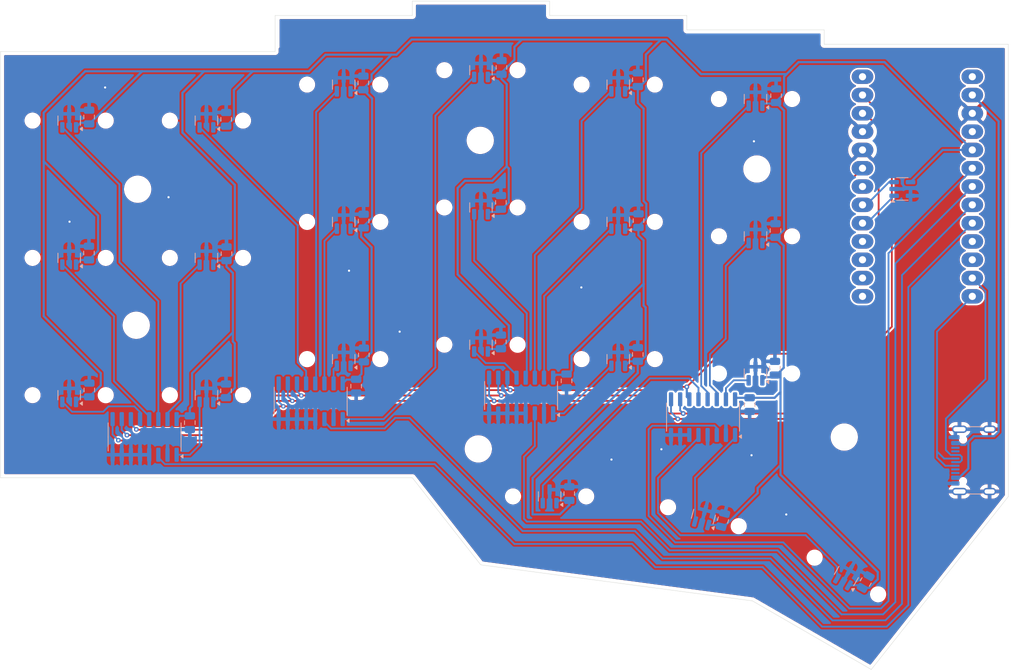
<source format=kicad_pcb>
(kicad_pcb (version 20240108) (generator "pcbnew") (generator_version "8.0")
  (layers (0 "F.Cu" signal) (31 "B.Cu" signal) (34 "B.Paste" user) (35 "F.Paste" user) (36 "B.SilkS" user "B.Silkscreen") (37 "F.SilkS" user "F.Silkscreen") (38 "B.Mask" user) (39 "F.Mask" user) (44 "Edge.Cuts" user))
  (net 0 "")
  (net 1 "GND")
  (net 2 "3V3")
  (net 3 "SCL1")
  (net 4 "SDA1")
  (net 5 "/5V")
  (net 10 "/SCL0")
  (net 12 "/SEL2")
  (net 14 "/SDA0")
  (net 15 "/ADC2")
  (net 17 "/SEL1")
  (net 18 "/ADC3")
  (net 20 "/ADC0")
  (net 21 "/ADC1")
  (net 25 "/SEL0")
  (net 28 "/MUX0_4")
  (net 29 "/MUX0_2")
  (net 30 "/MUX0_1")
  (net 31 "/MUX0_5")
  (net 32 "/MUX0_3")
  (net 33 "/MUX0_0")
  (net 34 "/MUX1_2")
  (net 35 "/MUX1_3")
  (net 36 "/MUX1_1")
  (net 37 "/MUX1_0")
  (net 38 "/MUX1_4")
  (net 39 "/MUX2_3")
  (net 40 "/MUX2_1")
  (net 41 "/MUX2_4")
  (net 42 "/MUX2_2")
  (net 43 "/MUX2_0")
  (net 44 "/MUX3_2")
  (net 45 "/MUX3_3")
  (net 46 "/MUX3_1")
  (net 47 "/MUX3_4")
  (net 48 "/MUX3_0")
  (footprint "kb2040_fp:KB2040" (layer "F.Cu") (at 89.701048 -38)
    (property "Reference" "U1" (hide yes))
    (property "Value" "~")
  )
  (footprint "Switches:switch_holes" (layer "B.Cu") (at 60.001048 7.82 165)
    (property "Reference" "H5" (hide yes))
    (property "Value" "MountingHole")
  )
  (footprint "Package_TO_SOT_SMD:SOT-23" (layer "B.Cu") (at 67.231048 -12.05 90)
    (property "Reference" "U11" (hide yes))
    (property "Value" "DRV5055A3xDBZxQ1")
  )
  (footprint "Switches:switch_holes" (layer "B.Cu") (at 38.656048 5 180)
    (property "Reference" "H7" (hide yes))
    (property "Value" "MountingHole")
  )
  (footprint "Capacitor_SMD:C_0805_2012Metric" (layer "B.Cu") (at 31.976048 -54.53 90)
    (property "Reference" "C36" (hide yes))
    (property "Value" "10n")
  )
  (footprint "Package_TO_SOT_SMD:SOT-23" (layer "B.Cu") (at 38.656048 5 90)
    (property "Reference" "U12" (hide yes))
    (property "Value" "DRV5055A3xDBZxQ1")
  )
  (footprint "Package_TO_SOT_SMD:SOT-23" (layer "B.Cu") (at -28.018952 -28.1 90)
    (property "Reference" "U25" (hide yes))
    (property "Value" "DRV5055A3xDBZxQ1")
  )
  (footprint "Package_TO_SOT_SMD:SOT-23" (layer "B.Cu") (at 67.231048 -50.15 90)
    (property "Reference" "U9" (hide yes))
    (property "Value" "DRV5055A3xDBZxQ1")
  )
  (footprint "Capacitor_SMD:C_0805_2012Metric" (layer "B.Cu") (at -25.273952 -28.77 90)
    (property "Reference" "C37" (hide yes))
    (property "Value" "10n")
  )
  (footprint "Capacitor_SMD:C_0805_2012Metric" (layer "B.Cu") (at 12.846048 -33.21 90)
    (property "Reference" "C33" (hide yes))
    (property "Value" "10n")
  )
  (footprint "Switches:switch_holes" (layer "B.Cu") (at -8.968952 -28.1 180)
    (property "Reference" "H18" (hide yes))
    (property "Value" "MountingHole")
  )
  (footprint "Switches:switch_holes" (layer "B.Cu") (at 29.131048 -54.15 180)
    (property "Reference" "H19" (hide yes))
    (property "Value" "MountingHole")
  )
  (footprint "Connector_USB:USB_C_Receptacle_GCT_USB4105-xx-A_16P_TopMnt_Horizontal" (layer "B.Cu") (at 98.646048 0 -90)
    (property "Reference" "J4" (hide yes))
    (property "Value" "USB_C_Receptacle_USB2.0_16P")
  )
  (footprint "Package_SO:SOIC-16_3.9x9.9mm_P1.27mm" (layer "B.Cu") (at 34.701048 -9 90)
    (property "Reference" "U6" (hide yes))
    (property "Value" "74HC4051")
  )
  (footprint "Capacitor_SMD:C_0805_2012Metric" (layer "B.Cu") (at 66.416048 -7.74 -90)
    (property "Reference" "C18" (hide yes))
    (property "Value" "10n")
  )
  (footprint "Capacitor_SMD:C_0805_2012Metric" (layer "B.Cu") (at 50.996048 -33.27 90)
    (property "Reference" "C29" (hide yes))
    (property "Value" "10n")
  )
  (footprint "Switches:switch_holes" (layer "B.Cu") (at 29.131048 -35.1 180)
    (property "Reference" "H17" (hide yes))
    (property "Value" "MountingHole")
  )
  (footprint "Capacitor_SMD:C_0805_2012Metric" (layer "B.Cu") (at 50.906048 -52.83 90)
    (property "Reference" "C28" (hide yes))
    (property "Value" "10n")
  )
  (footprint "Package_TO_SOT_SMD:SOT-23" (layer "B.Cu") (at 29.131048 -16.05 90)
    (property "Reference" "U18" (hide yes))
    (property "Value" "DRV5055A3xDBZxQ1")
  )
  (footprint "Package_TO_SOT_SMD:SOT-23" (layer "B.Cu") (at 60.001048 7.82 75)
    (property "Reference" "U13" (hide yes))
    (property "Value" "DRV5055A3xDBZxQ1")
  )
  (footprint "Switches:switch_holes" (layer "B.Cu") (at -8.968952 -9.05 180)
    (property "Reference" "H20" (hide yes))
    (property "Value" "MountingHole")
  )
  (footprint "Package_TO_SOT_SMD:SOT-23" (layer "B.Cu") (at -8.968952 -9.05 90)
    (property "Reference" "U29" (hide yes))
    (property "Value" "DRV5055A3xDBZxQ1")
  )
  (footprint "Capacitor_SMD:C_0805_2012Metric" (layer "B.Cu") (at -6.233952 -47.33 90)
    (property "Reference" "C35" (hide yes))
    (property "Value" "10n")
  )
  (footprint "Switches:switch_holes" (layer "B.Cu") (at 10.081048 -33.1 180)
    (property "Reference" "H15" (hide yes))
    (property "Value" "MountingHole")
  )
  (footprint "Package_SO:SOIC-16_3.9x9.9mm_P1.27mm" (layer "B.Cu") (at 59.951048 -6 90)
    (property "Reference" "U5" (hide yes))
    (property "Value" "74HC4051")
  )
  (footprint "Package_TO_SOT_SMD:SOT-23" (layer "B.Cu") (at 10.081048 -52.15 90)
    (property "Reference" "U20" (hide yes))
    (property "Value" "DRV5055A3xDBZxQ1")
  )
  (footprint "Capacitor_SMD:C_0805_2012Metric" (layer "B.Cu") (at 70.006048 -31.9 90)
    (property "Reference" "C22" (hide yes))
    (property "Value" "10n")
  )
  (footprint "Package_TO_SOT_SMD:SOT-23-5" (layer "B.Cu") (at 87.611048 -37.6675)
    (property "Reference" "U31" (hide yes))
    (property "Value" "AT24CS02-STUM")
  )
  (footprint "Capacitor_SMD:C_0805_2012Metric" (layer "B.Cu") (at 12.876048 -14.63 90)
    (property "Reference" "C34" (hide yes))
    (property "Value" "10n")
  )
  (footprint "Capacitor_SMD:C_0805_2012Metric" (layer "B.Cu") (at 70.086048 -50.61 90)
    (property "Reference" "C17" (hide yes))
    (property "Value" "10n")
  )
  (footprint "" (layer "B.Cu") (at 79.551048 -3.23 180)
    (property "Reference" "")
    (property "Value" "")
  )
  (footprint "Switches:switch_holes" (layer "B.Cu") (at 10.081048 -52.15 180)
    (property "Reference" "H11" (hide yes))
    (property "Value" "MountingHole")
  )
  (footprint "Capacitor_SMD:C_0805_2012Metric" (layer "B.Cu") (at 50.896048 -14.7 90)
    (property "Reference" "C31" (hide yes))
    (property "Value" "10n")
  )
  (footprint "" (layer "B.Cu") (at -18.708952 -18.75 180)
    (property "Reference" "")
    (property "Value" "")
  )
  (footprint "Package_TO_SOT_SMD:SOT-23" (layer "B.Cu") (at 79.841048 16.05 60)
    (property "Reference" "U14" (hide yes))
    (property "Value" "DRV5055A3xDBZxQ1")
  )
  (footprint "Package_TO_SOT_SMD:SOT-23" (layer "B.Cu") (at 10.081048 -33.1 90)
    (property "Reference" "U21" (hide yes))
    (property "Value" "DRV5055A3xDBZxQ1")
  )
  (footprint "Package_TO_SOT_SMD:SOT-23" (layer "B.Cu") (at 29.131048 -35.1 90)
    (property "Reference" "U15" (hide yes))
    (property "Value" "DRV5055A3xDBZxQ1")
  )
  (footprint "Package_SO:SOIC-16_3.9x9.9mm_P1.27mm" (layer "B.Cu") (at 5.501048 -8.2 90)
    (property "Reference" "U7" (hide yes))
    (property "Value" "74HC4051")
  )
  (footprint "Switches:switch_holes" (layer "B.Cu") (at -28.018952 -47.15 180)
    (property "Reference" "H10" (hide yes))
    (property "Value" "MountingHole")
  )
  (footprint "Switches:switch_holes" (layer "B.Cu") (at 67.231048 -12.05 180)
    (property "Reference" "H21" (hide yes))
    (property "Value" "MountingHole")
  )
  (footprint "Capacitor_SMD:C_0805_2012Metric" (layer "B.Cu") (at 69.926048 -12.79 90)
    (property "Reference" "C23" (hide yes))
    (property "Value" "10n")
  )
  (footprint "Capacitor_SMD:C_0805_2012Metric" (layer "B.Cu") (at -25.223952 -9.77 90)
    (property "Reference" "C40" (hide yes))
    (property "Value" "10n")
  )
  (footprint "Capacitor_SMD:C_0805_2012Metric" (layer "B.Cu") (at -6.183952 -28.68 90)
    (property "Reference" "C39" (hide yes))
    (property "Value" "10n")
  )
  (footprint "Capacitor_SMD:C_0805_2012Metric" (layer "B.Cu") (at -25.253952 -47.65 90)
    (property "Reference" "C38" (hide yes))
    (property "Value" "10n")
  )
  (footprint "Package_SO:SOIC-16_3.9x9.9mm_P1.27mm" (layer "B.Cu") (at -17.548952 -3.25 90)
    (property "Reference" "U8" (hide yes))
    (property "Value" "74HC4051")
  )
  (footprint "Switches:switch_holes" (layer "B.Cu") (at -8.968952 -47.15 180)
    (property "Reference" "H16" (hide yes))
    (property "Value" "MountingHole")
  )
  (footprint "Capacitor_SMD:C_0805_2012Metric" (layer "B.Cu") (at 82.526048 16.88 60)
    (property "Reference" "C26" (hide yes))
    (property "Value" "10n")
  )
  (footprint "Package_TO_SOT_SMD:SOT-23" (layer "B.Cu") (at 48.181048 -33.1 90)
    (property "Reference" "U17" (hide yes))
    (property "Value" "DRV5055A3xDBZxQ1")
  )
  (footprint "Capacitor_SMD:C_0805_2012Metric" (layer "B.Cu") (at 41.006048 -11.03 -90)
    (property "Reference" "C19" (hide yes))
    (property "Value" "10n")
  )
  (footprint "Switches:switch_holes" (layer "B.Cu") (at 67.231048 -31.1 180)
    (property "Reference" "H3" (hide yes))
    (property "Value" "MountingHole")
  )
  (footprint "Package_TO_SOT_SMD:SOT-23" (layer "B.Cu") (at -28.018952 -47.15 90)
    (property "Reference" "U26" (hide yes))
    (property "Value" "DRV5055A3xDBZxQ1")
  )
  (footprint "Capacitor_SMD:C_0805_2012Metric" (layer "B.Cu") (at 62.716048 8.29 75)
    (property "Reference" "C25" (hide yes))
    (property "Value" "10n")
  )
  (footprint "" (layer "B.Cu") (at -18.508952 -37.63 180)
    (property "Reference" "")
    (property "Value" "")
  )
  (footprint "Switches:switch_holes" (layer "B.Cu") (at 48.181048 -52.15 180)
    (property "Reference" "H2" (hide yes))
    (property "Value" "MountingHole")
  )
  (footprint "Switches:switch_holes" (layer "B.Cu") (at 29.131048 -16.05 180)
    (property "Reference" "H14" (hide yes))
    (property "Value" "MountingHole")
  )
  (footprint "Package_TO_SOT_SMD:SOT-23" (layer "B.Cu") (at 29.131048 -54.15 90)
    (property "Reference" "U24" (hide yes))
    (property "Value" "DRV5055A3xDBZxQ1")
  )
  (footprint "Switches:switch_holes" (layer "B.Cu") (at -28.018952 -9.05 180)
    (property "Reference" "H8" (hide yes))
    (property "Value" "MountingHole")
  )
  (footprint "Package_TO_SOT_SMD:SOT-23" (layer "B.Cu") (at -8.968952 -47.15 90)
    (property "Reference" "U23" (hide yes))
    (property "Value" "DRV5055A3xDBZxQ1")
  )
  (footprint "" (layer "B.Cu") (at 28.761048 -1.59 180)
    (property "Reference" "")
    (property "Value" "")
  )
  (footprint "Capacitor_SMD:C_0805_2012Metric" (layer "B.Cu") (at -6.253952 -9.65 90)
    (property "Reference" "C41" (hide yes))
    (property "Value" "10n")
  )
  (footprint "Package_TO_SOT_SMD:SOT-23" (layer "B.Cu") (at 10.081048 -14.05 90)
    (property "Reference" "U22" (hide yes))
    (property "Value" "DRV5055A3xDBZxQ1")
  )
  (footprint "Switches:switch_holes" (layer "B.Cu") (at 48.181048 -33.1 180)
    (property "Reference" "H13" (hide yes))
    (property "Value" "MountingHole")
  )
  (footprint "Package_TO_SOT_SMD:SOT-23" (layer "B.Cu") (at 48.181048 -14.05 90)
    (property "Reference" "U19" (hide yes))
    (property "Value" "DRV5055A3xDBZxQ1")
  )
  (footprint "Switches:switch_holes" (layer "B.Cu") (at 67.231048 -50.15 180)
    (property "Reference" "H4" (hide yes))
    (property "Value" "MountingHole")
  )
  (footprint "Capacitor_SMD:C_0805_2012Metric" (layer "B.Cu") (at -11.273952 -5.23 -90)
    (property "Reference" "C21" (hide yes))
    (property "Value" "10n")
  )
  (footprint "Switches:switch_holes" (layer "B.Cu") (at 79.841048 16.05 150)
    (property "Reference" "H6" (hide yes))
    (property "Value" "MountingHole")
  )
  (footprint "Capacitor_SMD:C_0805_2012Metric" (layer "B.Cu") (at 11.806048 -10.3 -90)
    (property "Reference" "C20" (hide yes))
    (property "Value" "10n")
  )
  (footprint "Package_TO_SOT_SMD:SOT-23" (layer "B.Cu") (at 48.181048 -52.15 90)
    (property "Reference" "U16" (hide yes))
    (property "Value" "DRV5055A3xDBZxQ1")
  )
  (footprint "Capacitor_SMD:C_0805_2012Metric" (layer "B.Cu") (at 41.386048 4.61 90)
    (property "Reference" "C24" (hide yes))
    (property "Value" "10n")
  )
  (footprint "" (layer "B.Cu") (at 67.421048 -40.44 180)
    (property "Reference" "")
    (property "Value" "")
  )
  (footprint "Package_TO_SOT_SMD:SOT-23" (layer "B.Cu") (at -28.018952 -9.05 90)
    (property "Reference" "U28" (hide yes))
    (property "Value" "DRV5055A3xDBZxQ1")
  )
  (footprint "Capacitor_SMD:C_0805_2012Metric" (layer "B.Cu") (at 12.806048 -52.38 90)
    (property "Reference" "C32" (hide yes))
    (property "Value" "10n")
  )
  (footprint "Package_TO_SOT_SMD:SOT-23" (layer "B.Cu") (at 67.231048 -31.1 90)
    (property "Reference" "U10" (hide yes))
    (property "Value" "DRV5055A3xDBZxQ1")
  )
  (footprint "Switches:switch_holes" (layer "B.Cu") (at -28.018952 -28.1 180)
    (property "Reference" "H9" (hide yes))
    (property "Value" "MountingHole")
  )
  (footprint "Switches:switch_holes" (layer "B.Cu") (at 48.181048 -14.05 180)
    (property "Reference" "H12" (hide yes))
    (property "Value" "MountingHole")
  )
  (footprint "Package_TO_SOT_SMD:SOT-23" (layer "B.Cu") (at -8.968952 -28.1 90)
    (property "Reference" "U27" (hide yes))
    (property "Value" "DRV5055A3xDBZxQ1")
  )
  (footprint "Capacitor_SMD:C_0805_2012Metric" (layer "B.Cu") (at 31.896048 -35.8 90)
    (property "Reference" "C27" (hide yes))
    (property "Value" "10n")
  )
  (footprint "" (layer "B.Cu") (at 29.031048 -44.41 180)
    (property "Reference" "")
    (property "Value" "")
  )
  (footprint "Switches:switch_holes" (layer "B.Cu") (at 10.081048 -14.05 180)
    (property "Reference" "H1" (hide yes))
    (property "Value" "MountingHole")
  )
  (footprint "Capacitor_SMD:C_0805_2012Metric" (layer "B.Cu") (at 31.896048 -16.44 90)
    (property "Reference" "C30" (hide yes))
    (property "Value" "10n")
  )
  (gr_line (start -37.543952 -56.74) (end 0.556048 -56.74) (stroke (width 0.05)) (layer "Edge.Cuts"))
  (gr_line (start 38.656048 -63.74) (end 38.656048 -61.74) (stroke (width 0.05)) (layer "Edge.Cuts"))
  (gr_line (start 57.706048 -59.74) (end 76.756048 -59.74) (stroke (width 0.05)) (layer "Edge.Cuts"))
  (gr_line (start 0.556048 -61.74) (end 19.606048 -61.74) (stroke (width 0.05)) (layer "Edge.Cuts"))
  (gr_line (start 19.606048 -63.74) (end 38.656048 -63.74) (stroke (width 0.05)) (layer "Edge.Cuts"))
  (gr_line (start 102.321048 -57.74) (end 102.331048 5.01) (stroke (width 0.05)) (layer "Edge.Cuts"))
  (gr_line (start -37.543952 2.41) (end -37.543952 -56.74) (stroke (width 0.05)) (layer "Edge.Cuts"))
  (gr_line (start 29.101048 14.5) (end 19.606048 2.41) (stroke (width 0.05)) (layer "Edge.Cuts"))
  (gr_line (start 66.801048 19.5) (end 29.101048 14.5) (stroke (width 0.05)) (layer "Edge.Cuts"))
  (gr_line (start 102.331048 5.01) (end 83.298832 29.025) (stroke (width 0.05)) (layer "Edge.Cuts"))
  (gr_line (start 0.556048 -56.74) (end 0.556048 -61.74) (stroke (width 0.05)) (layer "Edge.Cuts"))
  (gr_line (start 19.606048 -61.74) (end 19.606048 -63.74) (stroke (width 0.05)) (layer "Edge.Cuts"))
  (gr_line (start 19.606048 2.41) (end -37.543952 2.41) (stroke (width 0.05)) (layer "Edge.Cuts"))
  (gr_line (start 38.656048 -61.74) (end 57.706048 -61.74) (stroke (width 0.05)) (layer "Edge.Cuts"))
  (gr_line (start 76.756048 -59.74) (end 76.756048 -57.74) (stroke (width 0.05)) (layer "Edge.Cuts"))
  (gr_line (start 76.756048 -57.74) (end 102.321048 -57.74) (stroke (width 0.05)) (layer "Edge.Cuts"))
  (gr_line (start 57.706048 -61.74) (end 57.706048 -59.74) (stroke (width 0.05)) (layer "Edge.Cuts"))
  (gr_line (start 83.298832 29.025) (end 66.801048 19.5) (stroke (width 0.05)) (layer "Edge.Cuts"))
  (via (at -27.968952 -33.12) (size 0.65) (drill 0.3) (layers "F.Cu" "B.Cu") (net 1))
  (via (at 67.011048 -44.28) (size 0.65) (drill 0.3) (layers "F.Cu" "B.Cu") (net 1))
  (via (at 43.061048 -24) (size 0.65) (drill 0.3) (layers "F.Cu" "B.Cu") (net 1))
  (via (at 10.821048 -26.32) (size 0.65) (drill 0.3) (layers "F.Cu" "B.Cu") (net 1))
  (via (at 71.501048 7.51) (size 0.65) (drill 0.3) (layers "F.Cu" "B.Cu") (net 1))
  (via (at -14.228952 -36.52) (size 0.65) (drill 0.3) (layers "F.Cu" "B.Cu") (net 1))
  (via (at -23.028952 -51.75) (size 0.65) (drill 0.3) (layers "F.Cu" "B.Cu") (net 1))
  (via (at 47.241048 -0.11) (size 0.65) (drill 0.3) (layers "F.Cu" "B.Cu") (net 1))
  (via (at 17.846048 -17.86) (size 0.65) (drill 0.3) (layers "F.Cu" "B.Cu") (net 1))
  (via (at 66.681048 -0.71) (size 0.65) (drill 0.3) (layers "F.Cu" "B.Cu") (net 1))
  (via (at 54.171048 -1.54) (size 0.65) (drill 0.3) (layers "F.Cu" "B.Cu") (net 1))
  (segment (start 67.243548 -50.1625) (end 67.231048 -50.15) (width 0.2) (layer "B.Cu") (net 1))
  (segment (start 13.956048 -53.555) (end 13.956048 -52.73) (width 0.3) (layer "B.Cu") (net 2))
  (segment (start -6.183952 -26.88) (end -5.298952 -25.995) (width 0.3) (layer "B.Cu") (net 2))
  (segment (start 17.401048 -56.3) (end 16.701048 -56.3) (width 0.3) (layer "B.Cu") (net 2))
  (segment (start 82.998324 17.702724) (end 82.092388 17.702724) (width 0.3) (layer "B.Cu") (net 2))
  (segment (start 70.041048 -30.84) (end 68.858548 -30.84) (width 0.3) (layer "B.Cu") (net 2))
  (segment (start -25.273952 -27.82) (end -26.411452 -27.82) (width 0.3) (layer "B.Cu") (net 2))
  (segment (start -7.451452 -27.73) (end -8.018952 -27.1625) (width 0.3) (layer "B.Cu") (net 2))
  (segment (start 49.768548 -13.75) (end 49.131048 -13.1125) (width 0.3) (layer "B.Cu") (net 2))
  (segment (start -24.003952 -29.09) (end -25.273952 -27.82) (width 0.3) (layer "B.Cu") (net 2))
  (segment (start 41.701048 -14.5) (end 41.701048 -12.5) (width 0.3) (layer "B.Cu") (net 2))
  (segment (start -31.548952 -20.015) (end -23.633952 -12.1) (width 0.3) (layer "B.Cu") (net 2))
  (segment (start 30.701048 -38.8) (end 26.901048 -38.8) (width 0.3) (layer "B.Cu") (net 2))
  (segment (start 71.196048 -53.255) (end 71.196048 -50.895) (width 0.3) (layer "B.Cu") (net 2))
  (segment (start -17.892074 -54) (end -25.798952 -54) (width 0.3) (layer "B.Cu") (net 2))
  (segment (start 64.601048 -8.68) (end 64.396048 -8.475) (width 0.3) (layer "B.Cu") (net 2))
  (segment (start -5.023952 -28.775) (end -6.068952 -27.73) (width 0.3) (layer "B.Cu") (net 2))
  (segment (start 71.196048 -50.895) (end 69.821048 -49.52) (width 0.3) (layer "B.Cu") (net 2))
  (segment (start 51.701048 -52.4) (end 51.051048 -51.75) (width 0.3) (layer "B.Cu") (net 2))
  (segment (start -6.068952 -27.73) (end -7.451452 -27.73) (width 0.3) (layer "B.Cu") (net 2))
  (segment (start -9.298952 -54) (end -17.892074 -54) (width 0.3) (layer "B.Cu") (net 2))
  (segment (start -10.963952 -7.555) (end -11.273952 -7.245) (width 0.3) (layer "B.Cu") (net 2))
  (segment (start 49.668548 -51.75) (end 49.131048 -51.2125) (width 0.3) (layer "B.Cu") (net 2))
  (segment (start 16.701048 -56.3) (end 7.551048 -56.3) (width 0.3) (layer "B.Cu") (net 2))
  (segment (start 39.983548 5.56) (end 39.606048 5.9375) (width 0.3) (layer "B.Cu") (net 2))
  (segment (start 13.956048 -52.73) (end 12.566048 -51.34) (width 0.3) (layer "B.Cu") (net 2))
  (segment (start -12.298952 -45.5) (end -5.023952 -38.225) (width 0.3) (layer "B.Cu") (net 2))
  (segment (start -5.023952 -38.225) (end -5.023952 -28.775) (width 0.3) (layer "B.Cu") (net 2))
  (segment (start 33.776048 -55.61) (end 31.736048 -53.57) (width 0.3) (layer "B.Cu") (net 2))
  (segment (start -5.298952 -17.75) (end -5.298952 -16.5) (width 0.3) (layer "B.Cu") (net 2))
  (segment (start 12.806048 -51.43) (end 14.016048 -50.22) (width 0.3) (layer "B.Cu") (net 2))
  (segment (start 7.551048 -56.3) (end 5.251048 -54) (width 0.3) (layer "B.Cu") (net 2))
  (segment (start 52.016048 -52.715) (end 51.701048 -52.4) (width 0.3) (layer "B.Cu") (net 2))
  (segment (start 26.901048 -38.8) (end 25.901048 -37.8) (width 0.3) (layer "B.Cu") (net 2))
  (segment (start 54.101048 -58.4) (end 54.901048 -58.4) (width 0.3) (layer "B.Cu") (net 2))
  (segment (start -12.298952 -51) (end -12.298952 -45.5) (width 0.3) (layer "B.Cu") (net 2))
  (segment (start 51.701048 -52.4) (end 51.636048 -52.335) (width 0.3) (layer "B.Cu") (net 2))
  (segment (start 51.706048 -48.8) (end 51.706048 -35.99) (width 0.3) (layer "B.Cu") (net 2))
  (segment (start 70.701048 2) (end 84.201048 15.5) (width 0.3) (layer "B.Cu") (net 2))
  (segment (start -5.033952 -16.235) (end -5.033952 -10.055001) (width 0.3) (layer "B.Cu") (net 2))
  (segment (start 51.701048 -24.5) (end 51.706048 -24.495) (width 0.3) (layer "B.Cu") (net 2))
  (segment (start 68.858548 -30.84) (end 68.181048 -30.1625) (width 0.3) (layer "B.Cu") (net 2))
  (segment (start 34.801048 -58.4) (end 33.776048 -57.375) (width 0.3) (layer "B.Cu") (net 2))
  (segment (start 71.196048 -31.995) (end 70.041048 -30.84) (width 0.3) (layer "B.Cu") (net 2))
  (segment (start 41.701048 -12.5) (end 41.081048 -11.88) (width 0.3) (layer "B.Cu") (net 2))
  (segment (start 54.101048 -58.4) (end 34.801048 -58.4) (width 0.3) (layer "B.Cu") (net 2))
  (segment (start 41.386048 6.19) (end 41.386048 5.56) (width 0.3) (layer "B.Cu") (net 2))
  (segment (start 51.701048 -14.210001) (end 51.241047 -13.75) (width 0.3) (layer "B.Cu") (net 2))
  (segment (start -26.361452 -8.82) (end -27.068952 -8.1125) (width 0.3) (layer "B.Cu") (net 2))
  (segment (start -5.153952 -47.46) (end -6.401452 -46.2125) (width 0.3) (layer "B.Cu") (net 2))
  (segment (start -11.273952 -6.18) (end -12.648952 -6.18) (width 0.3) (layer "B.Cu") (net 2))
  (segment (start 12.401048 -51.34) (end 11.158548 -51.34) (width 0.3) (layer "B.Cu") (net 2))
  (segment (start -9.298952 -54) (end -12.298952 -51) (width 0.3) (layer "B.Cu") (net 2))
  (segment (start 50.976048 -32.3) (end 50.976048 -31.26) (width 0.3) (layer "B.Cu") (net 2))
  (segment (start -31.548952 -41.5) (end -31.548952 -20.015) (width 0.3) (layer "B.Cu") (net 2))
  (segment (start -7.481452 -8.65) (end -8.018952 -8.1125) (width 0.3) (layer "B.Cu") (net 2))
  (segment (start 70.701048 0.662908) (end 67.532502 3.831454) (width 0.3) (layer "B.Cu") (net 2))
  (segment (start 59.691048 -53.61) (end 71.551048 -53.61) (width 0.3) (layer "B.Cu") (net 2))
  (segment (start 32.986048 -40.515) (end 32.986048 -35.795001) (width 0.3) (layer "B.Cu") (net 2))
  (segment (start 68.608548 -11.54) (end 68.181048 -11.1125) (width 0.3) (layer "B.Cu") (net 2))
  (segment (start 41.386048 5.56) (end 39.983548 5.56) (width 0.3) (layer "B.Cu") (net 2))
  (segment (start 41.081048 -11.88) (end 39.551048 -11.88) (width 0.3) (layer "B.Cu") (net 2))
  (segment (start -10.963952 -7.555) (end -10.963952 -12.085) (width 0.3) (layer "B.Cu") (net 2))
  (segment (start 69.881048 -8.68) (end 64.601048 -8.68) (width 0.3) (layer "B.Cu") (net 2))
  (segment (start 31.451048 -15.44) (end 30.408548 -15.44) (width 0.3) (layer "B.Cu") (net 2))
  (segment (start 67.532502 4.543546) (end 63.112404 8.963644) (width 0.3) (layer "B.Cu") (net 2))
  (segment (start -11.273952 -7.245) (end -11.273952 -6.18) (width 0.3) (layer "B.Cu") (net 2))
  (segment (start 11.756048 -11.2) (end 10.471048 -11.2) (width 0.3) (layer "B.Cu") (net 2))
  (segment (start 54.101048 -58.4) (end 52.016048 -56.315) (width 0.3) (layer "B.Cu") (net 2))
  (segment (start 51.986048 -14.495001) (end 51.701048 -14.210001) (width 0.3) (layer "B.Cu") (net 2))
  (segment (start 50.451048 -32.05) (end 49.243548 -32.05) (width 0.3) (layer "B.Cu") (net 2))
  (segment (start 71.146048 -29.81) (end 71.146048 -12.845) (width 0.3) (layer "B.Cu") (net 2))
  (segment (start 32.701048 -40.8) (end 32.986048 -40.515) (width 0.3) (layer "B.Cu") (net 2))
  (segment (start 50.976048 -31.26) (end 51.701048 -30.535) (width 0.3) (layer "B.Cu") (net 2))
  (segment (start -5.298952 -25.995) (end -5.298952 -17.75) (width 0.3) (layer "B.Cu") (net 2))
  (segment (start -26.431452 -46.85) (end -27.068952 -46.2125) (width 0.3) (layer "B.Cu") (net 2))
  (segment (start -5.153952 -51.395) (end -5.153952 -47.46) (width 0.3) (layer "B.Cu") (net 2))
  (segment (start -2.548952 -54) (end -5.153952 -51.395) (width 0.3) (layer "B.Cu") (net 2))
  (segment (start -31.548952 -41.5) (end -24.003952 -33.955) (width 0.3) (layer "B.Cu") (net 2))
  (segment (start 71.196048 -48.55) (end 71.196048 -31.995) (width 0.3) (layer "B.Cu") (net 2))
  (segment (start 39.551048 -11.88) (end 39.146048 -11.475) (width 0.3) (layer "B.Cu") (net 2))
  (segment (start 12.501048 -32.15) (end 11.043548 -32.15) (width 0.3) (layer "B.Cu") (net 2))
  (segment (start 85.131048 -55.27) (end 73.211048 -55.27) (width 0.3) (layer "B.Cu") (net 2))
  (segment (start 51.701048 -24.5) (end 41.701048 -14.5) (width 0.3) (layer "B.Cu") (net 2))
  (segment (start 36.301048 7.5) (end 40.076048 7.5) (width 0.3) (layer "B.Cu") (net 2))
  (segment (start -2.548952 -54) (end -9.298952 -54) (width 0.3) (layer "B.Cu") (net 2))
  (segment (start 30.438548 -53.57) (end 30.081048 -53.2125) (width 0.3) (layer "B.Cu") (net 2))
  (segment (start -5.298952 -16.5) (end -5.033952 -16.235) (width 0.3) (layer "B.Cu") (net 2))
  (segment (start -25.761452 -46.85) (end -26.431452 -46.85) (width 0.3) (layer "B.Cu") (net 2))
  (segment (start 31.551048 -53.57) (end 30.438548 -53.57) (width 0.3) (layer "B.Cu") (net 2))
  (segment (start 68.488548 -49.52) (end 68.181048 -49.2125) (width 0.3) (layer "B.Cu") (net 2))
  (segment (start -6.401452 -46.2125) (end -8.018952 -46.2125) (width 0.3) (layer "B.Cu") (net 2))
  (segment (start -6.183952 -27.73) (end -6.183952 -26.88) (width 0.3) (layer "B.Cu") (net 2))
  (segment (start 97.321048 -43.08) (end 93.211048 -43.08) (width 0.3) (layer "B.Cu") (net 2))
  (segment (start 51.241047 -13.75) (end 49.768548 -13.75) (width 0.3) (layer "B.Cu") (net 2))
  (segment (start 70.701048 -12.4) (end 69.841048 -11.54) (width 0.3) (layer "B.Cu") (net 2))
  (segment (start 31.976048 -53.58) (end 31.976048 -52.93) (width 0.3) (layer "B.Cu") (net 2))
  (segment (start 69.501048 -11.54) (end 68.608548 -11.54) (width 0.3) (layer "B.Cu") (net 2))
  (segment (start 51.701048 -30.535) (end 51.701048 -24.5) (width 0.3) (layer "B.Cu") (net 2))
  (segment (start -24.003952 -33.955) (end -24.003952 -29.09) (width 0.3) (layer "B.Cu") (net 2))
  (segment (start 97.321048 -43.08) (end 85.131048 -55.27) (width 0.3) (layer "B.Cu") (net 2))
  (segment (start 32.701048 -52.205) (end 32.701048 -40.8) (width 0.3) (layer "B.Cu") (net 2))
  (segment (start -23.633952 -12.1) (end -23.633952 -10.41) (width 0.3) (layer "B.Cu") (net 2))
  (segment (start 70.701048 -9.5) (end 69.881048 -8.68) (width 0.3) (layer "B.Cu") (net 2))
  (segment (start 30.408548 -15.44) (end 30.081048 -15.1125) (width 0.3) (layer "B.Cu") (net 2))
  (segment (start 12.546048 -11.99) (end 11.756048 -11.2) (width 0.3) (layer "B.Cu") (net 2))
  (segment (start -10.963952 -12.085) (end -5.298952 -17.75) (width 0.3) (layer "B.Cu") (net 2))
  (segment (start 19.501048 -58.4) (end 17.401048 -56.3) (width 0.3) (layer "B.Cu") (net 2))
  (segment (start 70.701048 -12.4) (end 70.701048 -9.5) (width 0.3) (layer "B.Cu") (net 2))
  (segment (start 14.016048 -33.665) (end 12.501048 -32.15) (width 0.3) (layer "B.Cu") (net 2))
  (segment (start 32.986048 -35.795001) (end 31.661047 -34.47) (width 0.3) (layer "B.Cu") (net 2))
  (segment (start 33.001048 -16.680001) (end 31.761047 -15.44) (width 0.3) (layer "B.Cu") (net 2))
  (segment (start 36.301048 2.465) (end 36.301048 7.5) (width 0.3) (layer "B.Cu") (net 2))
  (segment (start 69.821048 -49.52) (end 69.451048 -49.52) (width 0.3) (layer "B.Cu") (net 2))
  (segment (start 50.906048 -51.88) (end 50.906048 -49.6) (width 0.3) (layer "B.Cu") (net 2))
  (segment (start 73.211048 -55.27) (end 71.551048 -53.61) (width 0.3) (layer "B.Cu") (net 2))
  (segment (start 25.901048 -37.8) (end 25.901048 -25.8) (width 0.3) (layer "B.Cu") (net 2))
  (segment (start -6.438953 -8.65) (end -7.481452 -8.65) (width 0.3) (layer "B.Cu") (net 2))
  (segment (start 11.588548 -13.67) (end 11.031048 -13.1125) (width 0.3) (layer "B.Cu") (net 2))
  (segment (start -23.633952 -10.41) (end -25.223952 -8.82) (width 0.3) (layer "B.Cu") (net 2))
  (segment (start 70.701048 -0.5) (end 70.701048 0.662908) (width 0.3) (layer "B.Cu") (net 2))
  (segment (start -5.033952 -10.055001) (end -6.438953 -8.65) (width 0.3) (layer "B.Cu") (net 2))
  (segment (start 12.501048 -32.15) (end 12.501048 -31.025) (width 0.3) (layer "B.Cu") (net 2))
  (segment (start 52.016048 -56.315) (end 52.016048 -52.715) (width 0.3) (layer "B.Cu") (net 2))
  (segment (start 33.001048 -18.7) (end 33.001048 -16.680001) (width 0.3) (layer "B.Cu") (net 2))
  (segment (start 31.976048 -52.93) (end 32.701048 -52.205) (width 0.3) (layer "B.Cu") (net 2))
  (segment (start 33.776048 -57.375) (end 33.776048 -55.61) (width 0.3) (layer "B.Cu") (net 2))
  (segment (start 51.706048 -35.99) (end 52.076048 -35.62) (width 0.3) (layer "B.Cu") (net 2))
  (segment (start 54.901048 -58.4) (end 59.691048 -53.61) (width 0.3) (layer "B.Cu") (net 2))
  (segment (start 52.076048 -35.62) (end 52.076048 -33.575) (width 0.3) (layer "B.Cu") (net 2))
  (segment (start 71.146048 -12.845) (end 70.701048 -12.4) (width 0.3) (layer "B.Cu") (net 2))
  (segment (start 63.112404 8.963644) (end 60.683825 8.963644) (width 0.3) (layer "B.Cu") (net 2))
  (segment (start 52.076048 -33.575) (end 50.551048 -32.05) (width 0.3) (layer "B.Cu") (net 2))
  (segment (start 51.986048 -21.215) (end 51.986048 -14.495001) (width 0.3) (layer "B.Cu") (net 2))
  (segment (start 25.901048 -25.8) (end 33.001048 -18.7) (width 0.3) (layer "B.Cu") (net 2))
  (segment (start 67.532502 3.831454) (end 67.532502 4.543546) (width 0.3) (layer "B.Cu") (net 2))
  (segment (start 5.251048 -54) (end -2.548952 -54) (width 0.3) (layer "B.Cu") (net 2))
  (segment (start -31.548952 -48.25) (end -31.548952 -41.5) (width 0.3) (layer "B.Cu") (net 2))
  (segment (start 71.551048 -53.61) (end 71.196048 -53.255) (width 0.3) (layer "B.Cu") (net 2))
  (segment (start -17.892074 -54) (end -25.042074 -46.85) (width 0.3) (layer "B.Cu") (net 2))
  (segment (start 32.701048 -40.8) (end 30.701048 -38.8) (width 0.3) (layer "B.Cu") (net 2))
  (segment (start 50.906048 -49.6) (end 51.706048 -48.8) (width 0.3) (layer "B.Cu") (net 2))
  (segment (start 31.661047 -34.47) (end 30.388548 -34.47) (width 0.3) (layer "B.Cu") (net 2))
  (segment (start 51.706048 -24.495) (end 51.706048 -21.495) (width 0.3) (layer "B.Cu") (net 2))
  (segment (start -12.648952 -6.18) (end -13.103952 -5.725) (width 0.3) (layer "B.Cu") (net 2))
  (segment (start 13.951048 -29.575) (end 13.951048 -15) (width 0.3) (layer "B.Cu") (net 2))
  (segment (start 34.801048 -58.4) (end 19.501048 -58.4) (width 0.3) (layer "B.Cu") (net 2))
  (segment (start 12.546048 -13.35) (end 12.546048 -11.99) (width 0.3) (layer "B.Cu") (net 2))
  (segment (start 69.451048 -49.52) (end 68.488548 -49.52) (width 0.3) (layer "B.Cu") (net 2))
  (segment (start 70.701048 -0.5) (end 70.701048 2) (width 0.3) (layer "B.Cu") (net 2))
  (segment (start 12.451048 -13.67) (end 11.588548 -13.67) (width 0.3) (layer "B.Cu") (net 2))
  (segment (start -25.223952 -8.82) (end -26.361452 -8.82) (width 0.3) (layer "B.Cu") (net 2))
  (segment (start 50.896048 -13.75) (end 50.896048 -12.13) (width 0.3) (layer "B.Cu") (net 2))
  (segment (start 70.086048 -49.66) (end 71.196048 -48.55) (width 0.3) (layer "B.Cu") (net 2))
  (segment (start 13.951048 -15) (end 13.886048 -14.935) (width 0.3) (layer "B.Cu") (net 2))
  (segment (start -26.411452 -27.82) (end -27.068952 -27.1625) (width 0.3) (layer "B.Cu") (net 2))
  (segment (start 30.388548 -34.47) (end 30.081048 -34.1625) (width 0.3) (layer "B.Cu") (net 2))
  (segment (start 14.016048 -50.22) (end 14.016048 -33.665) (width 0.3) (layer "B.Cu") (net 2))
  (segment (start 70.006048 -30.95) (end 71.146048 -29.81) (width 0.3) (layer "B.Cu") (net 2))
  (segment (start 70.701048 -9.5) (end 70.701048 -0.5) (width 0.3) (layer "B.Cu") (net 2))
  (segment (start 50.451048 -51.75) (end 49.668548 -51.75) (width 0.3) (layer "B.Cu") (net 2))
  (segment (start 10.471048 -11.2) (end 9.946048 -10.675) (width 0.3) (layer "B.Cu") (net 2))
  (segment (start 16.701048 -56.3) (end 13.956048 -53.555) (width 0.3) (layer "B.Cu") (net 2))
  (segment (start 50.896048 -12.13) (end 36.301048 2.465) (width 0.3) (layer "B.Cu") (net 2))
  (segment (start -25.798952 -54) (end -31.548952 -48.25) (width 0.3) (layer "B.Cu") (net 2))
  (segment (start 40.076048 7.5) (end 41.386048 6.19) (width 0.3) (layer "B.Cu") (net 2))
  (segment (start 13.886048 -14.935) (end 12.621048 -13.67) (width 0.3) (layer "B.Cu") (net 2))
  (segment (start 93.211048 -43.08) (end 88.748548 -38.6175) (width 0.3) (layer "B.Cu") (net 2))
  (segment (start 12.501048 -31.025) (end 13.951048 -29.575) (width 0.3) (layer "B.Cu") (net 2))
  (segment (start 84.201048 16.5) (end 82.998324 17.702724) (width 0.3) (layer "B.Cu") (net 2))
  (segment (start 51.706048 -21.495) (end 51.986048 -21.215) (width 0.3) (layer "B.Cu") (net 2))
  (segment (start 81.721048 17.331384) (end 80.200537 17.331384) (width 0.3) (layer "B.Cu") (net 2))
  (segment (start 84.201048 15.5) (end 84.201048 16.5) (width 0.3) (layer "B.Cu") (net 2))
  (segment (start 97.321048 -25.3) (end 99.146048 -23.475) (width 0.25) (layer "B.Cu") (net 3))
  (segment (start 99.146048 -23.475) (end 99.146048 -11.285) (width 0.25) (layer "B.Cu") (net 3))
  (segment (start 95.866048 -0.492764) (end 95.608812 -0.75) (width 0.25) (layer "B.Cu") (net 3))
  (segment (start 99.146048 -11.285) (end 93.651048 -5.79) (width 0.25) (layer "B.Cu") (net 3))
  (segment (start 93.651048 -5.79) (end 93.651048 -1.422236) (width 0.25) (layer "B.Cu") (net 3))
  (segment (start 95.608812 -0.75) (end 94.966048 -0.75) (width 0.25) (layer "B.Cu") (net 3))
  (segment (start 95.608812 0.25) (end 95.866048 -0.007236) (width 0.25) (layer "B.Cu") (net 3))
  (segment (start 94.323284 -0.75) (end 94.966048 -0.75) (width 0.25) (layer "B.Cu") (net 3))
  (segment (start 93.651048 -1.422236) (end 94.323284 -0.75) (width 0.25) (layer "B.Cu") (net 3))
  (segment (start 94.966048 0.25) (end 95.608812 0.25) (width 0.25) (layer "B.Cu") (net 3))
  (segment (start 95.866048 -0.007236) (end 95.866048 -0.492764) (width 0.25) (layer "B.Cu") (net 3))
  (segment (start 97.321048 -22.76) (end 92.421048 -17.86) (width 0.25) (layer "B.Cu") (net 4))
  (segment (start 92.421048 -17.86) (end 92.421048 -1.24) (width 0.25) (layer "B.Cu") (net 4))
  (segment (start 92.421048 -0.41) (end 93.581048 0.75) (width 0.25) (layer "B.Cu") (net 4))
  (segment (start 93.581048 0.75) (end 94.966048 0.75) (width 0.25) (layer "B.Cu") (net 4))
  (segment (start 92.421048 -1.24) (end 92.421048 -0.41) (width 0.25) (layer "B.Cu") (net 4))
  (segment (start 92.421048 -1.24) (end 93.411048 -0.25) (width 0.25) (layer "B.Cu") (net 4))
  (segment (start 93.411048 -0.25) (end 94.966048 -0.25) (width 0.25) (layer "B.Cu") (net 4))
  (segment (start 100.971048 -47.05) (end 100.971048 -3.967918) (width 0.3) (layer "B.Cu") (net 5))
  (segment (start 96.766048 -2.589695) (end 96.766048 1.12812) (width 0.3) (layer "B.Cu") (net 5))
  (segment (start 96.316353 -2.14) (end 95.754168 -2.14) (width 0.3) (layer "B.Cu") (net 5))
  (segment (start 100.971048 -3.967918) (end 100.35313 -3.35) (width 0.3) (layer "B.Cu") (net 5))
  (segment (start 95.754168 -2.14) (end 95.494168 -2.4) (width 0.3) (layer "B.Cu") (net 5))
  (segment (start 97.526353 -3.35) (end 96.766048 -2.589695) (width 0.3) (layer "B.Cu") (net 5))
  (segment (start 100.35313 -3.35) (end 97.526353 -3.35) (width 0.3) (layer "B.Cu") (net 5))
  (segment (start 95.505743 2.4) (end 94.966048 2.4) (width 0.3) (layer "B.Cu") (net 5))
  (segment (start 95.494168 2.4) (end 94.966048 2.4) (width 0.3) (layer "B.Cu") (net 5))
  (segment (start 95.494168 -2.4) (end 94.966048 -2.4) (width 0.3) (layer "B.Cu") (net 5))
  (segment (start 96.766048 1.12812) (end 95.494168 2.4) (width 0.3) (layer "B.Cu") (net 5))
  (segment (start 96.766048 -2.589695) (end 96.316353 -2.14) (width 0.3) (layer "B.Cu") (net 5))
  (segment (start 97.321048 -50.7) (end 100.971048 -47.05) (width 0.3) (layer "B.Cu") (net 5))
  (segment (start 82.676048 -32.92) (end 86.473548 -36.7175) (width 0.25) (layer "B.Cu") (net 10))
  (segment (start 56.451048 -5.75) (end 54.201048 -5.75) (width 0.25) (layer "F.Cu") (net 12))
  (segment (start 86.151048 -46.63) (end 86.151048 -18.55) (width 0.25) (layer "F.Cu") (net 12))
  (segment (start 15.451048 -7.5) (end 1.701048 -7.5) (width 0.25) (layer "F.Cu") (net 12))
  (segment (start 86.151048 -18.55) (end 73.351048 -5.75) (width 0.25) (layer "F.Cu") (net 12))
  (segment (start 82.081048 -50.7) (end 86.151048 -46.63) (width 0.25) (layer "F.Cu") (net 12))
  (segment (start -3.548952 -2.75) (end -21.148952 -2.75) (width 0.25) (layer "F.Cu") (net 12))
  (segment (start 1.201048 -7.5) (end -3.548952 -2.75) (width 0.25) (layer "F.Cu") (net 12))
  (segment (start 54.201048 -5.75) (end 51.701048 -8.25) (width 0.25) (layer "F.Cu") (net 12))
  (segment (start -21.148952 -2.75) (end -21.198952 -2.8) (width 0.25) (layer "F.Cu") (net 12))
  (segment (start 51.701048 -8.25) (end 30.951048 -8.25) (width 0.25) (layer "F.Cu") (net 12))
  (segment (start 73.351048 -5.75) (end 56.451048 -5.75) (width 0.25) (layer "F.Cu") (net 12))
  (segment (start 30.951048 -8.25) (end 16.201048 -8.25) (width 0.25) (layer "F.Cu") (net 12))
  (segment (start 1.701048 -7.5) (end 1.201048 -7.5) (width 0.25) (layer "F.Cu") (net 12))
  (segment (start 16.201048 -8.25) (end 15.451048 -7.5) (width 0.25) (layer "F.Cu") (net 12))
  (via (at 30.951048 -8.25) (size 0.65) (drill 0.3) (layers "F.Cu" "B.Cu") (net 12))
  (via (at 1.701048 -7.5) (size 0.6) (drill 0.3) (layers "F.Cu" "B.Cu") (net 12))
  (via (at -21.198952 -2.8) (size 0.65) (drill 0.3) (layers "F.Cu" "B.Cu") (net 12))
  (via (at 56.451048 -5.75) (size 0.65) (drill 0.3) (layers "F.Cu" "B.Cu") (net 12))
  (segment (start -21.198952 -2.8) (end -21.993952 -3.595) (width 0.25) (layer "B.Cu") (net 12))
  (segment (start 1.056048 -8.145) (end 1.056048 -10.675) (width 0.25) (layer "B.Cu") (net 12))
  (segment (start 55.506048 -6.695) (end 55.506048 -8.475) (width 0.25) (layer "B.Cu") (net 12))
  (segment (start -21.993952 -3.595) (end -21.993952 -5.725) (width 0.25) (layer "B.Cu") (net 12))
  (segment (start 30.951048 -8.25) (end 30.256048 -8.945) (width 0.25) (layer "B.Cu") (net 12))
  (segment (start 30.256048 -8.945) (end 30.256048 -11.475) (width 0.25) (layer "B.Cu") (net 12))
  (segment (start 1.701048 -7.5) (end 1.056048 -8.145) (width 0.25) (layer "B.Cu") (net 12))
  (segment (start 56.451048 -5.75) (end 55.506048 -6.695) (width 0.25) (layer "B.Cu") (net 12))
  (segment (start 85.768548 -38.6175) (end 86.473548 -38.6175) (width 0.25) (layer "B.Cu") (net 14))
  (segment (start 82.611048 -35.46) (end 85.768548 -38.6175) (width 0.25) (layer "B.Cu") (net 14))
  (segment (start 34.901048 9.8) (end 50.501048 9.8) (width 0.25) (layer "B.Cu") (net 15))
  (segment (start 15.766048 -4.425) (end 17.231048 -5.89) (width 0.25) (layer "B.Cu") (net 15))
  (segment (start 87.561048 -25.7) (end 97.321048 -35.46) (width 0.25) (layer "B.Cu") (net 15))
  (segment (start 19.211048 -5.89) (end 34.901048 9.8) (width 0.25) (layer "B.Cu") (net 15))
  (segment (start 17.231048 -5.89) (end 19.211048 -5.89) (width 0.25) (layer "B.Cu") (net 15))
  (segment (start 69.321048 13.62) (end 77.901048 22.2) (width 0.25) (layer "B.Cu") (net 15))
  (segment (start 85.271048 22.2) (end 87.561048 19.91) (width 0.25) (layer "B.Cu") (net 15))
  (segment (start 54.321048 13.62) (end 69.321048 13.62) (width 0.25) (layer "B.Cu") (net 15))
  (segment (start 77.901048 22.2) (end 85.271048 22.2) (width 0.25) (layer "B.Cu") (net 15))
  (segment (start 87.561048 19.91) (end 87.561048 -25.7) (width 0.25) (layer "B.Cu") (net 15))
  (segment (start 50.501048 9.8) (end 54.321048 13.62) (width 0.25) (layer "B.Cu") (net 15))
  (segment (start 7.406048 -5.344092) (end 8.32514 -4.425) (width 0.25) (layer "B.Cu") (net 15))
  (segment (start 8.32514 -4.425) (end 15.766048 -4.425) (width 0.25) (layer "B.Cu") (net 15))
  (segment (start 57.201048 -6.5) (end 55.201048 -6.5) (width 0.25) (layer "F.Cu") (net 17))
  (segment (start -3.998952 -3.5) (end -19.998952 -3.5) (width 0.25) (layer "F.Cu") (net 17))
  (segment (start 82.401048 -48.16) (end 84.321048 -46.24) (width 0.25) (layer "F.Cu") (net 17))
  (segment (start 15.451048 -9) (end 14.701048 -8.25) (width 0.25) (layer "F.Cu") (net 17))
  (segment (start 71.701048 -6.5) (end 57.201048 -6.5) (width 0.25) (layer "F.Cu") (net 17))
  (segment (start 55.201048 -6.5) (end 52.701048 -9) (width 0.25) (layer "F.Cu") (net 17))
  (segment (start 84.321048 -46.24) (end 84.321048 -19.12) (width 0.25) (layer "F.Cu") (net 17))
  (segment (start 2.951048 -8.25) (end 0.751048 -8.25) (width 0.25) (layer "F.Cu") (net 17))
  (segment (start 84.321048 -19.12) (end 71.701048 -6.5) (width 0.25) (layer "F.Cu") (net 17))
  (segment (start 14.701048 -8.25) (end 2.951048 -8.25) (width 0.25) (layer "F.Cu") (net 17))
  (segment (start 52.701048 -9) (end 31.951048 -9) (width 0.25) (layer "F.Cu") (net 17))
  (segment (start 0.751048 -8.25) (end -3.998952 -3.5) (width 0.25) (layer "F.Cu") (net 17))
  (segment (start 31.951048 -9) (end 15.451048 -9) (width 0.25) (layer "F.Cu") (net 17))
  (via (at -19.998952 -3.5) (size 0.65) (drill 0.3) (layers "F.Cu" "B.Cu") (net 17))
  (via (at 2.951048 -8.25) (size 0.6) (drill 0.3) (layers "F.Cu" "B.Cu") (net 17))
  (via (at 31.951048 -9) (size 0.65) (drill 0.3) (layers "F.Cu" "B.Cu") (net 17))
  (via (at 57.201048 -6.5) (size 0.65) (drill 0.3) (layers "F.Cu" "B.Cu") (net 17))
  (segment (start 56.776048 -6.925) (end 56.776048 -8.475) (width 0.25) (layer "B.Cu") (net 17))
  (segment (start 2.326048 -8.875) (end 2.326048 -10.675) (width 0.25) (layer "B.Cu") (net 17))
  (segment (start 57.201048 -6.5) (end 56.776048 -6.925) (width 0.25) (layer "B.Cu") (net 17))
  (segment (start -20.723952 -4.225) (end -20.723952 -5.725) (width 0.25) (layer "B.Cu") (net 17))
  (segment (start 2.951048 -8.25) (end 2.326048 -8.875) (width 0.25) (layer "B.Cu") (net 17))
  (segment (start 31.526048 -9.425) (end 31.526048 -11.475) (width 0.25) (layer "B.Cu") (net 17))
  (segment (start -19.998952 -3.5) (end -20.723952 -4.225) (width 0.25) (layer "B.Cu") (net 17))
  (segment (start 31.951048 -9) (end 31.526048 -9.425) (width 0.25) (layer "B.Cu") (net 17))
  (segment (start 22.696048 0.525) (end 33.771048 11.6) (width 0.25) (layer "B.Cu") (net 18))
  (segment (start 50.101048 11.6) (end 53.321048 14.82) (width 0.25) (layer "B.Cu") (net 18))
  (segment (start 88.441048 -24.04) (end 97.321048 -32.92) (width 0.25) (layer "B.Cu") (net 18))
  (segment (start 88.441048 20.07) (end 88.441048 -24.04) (width 0.25) (layer "B.Cu") (net 18))
  (segment (start 76.481048 23.08) (end 85.431048 23.08) (width 0.25) (layer "B.Cu") (net 18))
  (segment (start -14.72486 0.525) (end 22.696048 0.525) (width 0.25) (layer "B.Cu") (net 18))
  (segment (start 68.221048 14.82) (end 76.481048 23.08) (width 0.25) (layer "B.Cu") (net 18))
  (segment (start 53.321048 14.82) (end 68.221048 14.82) (width 0.25) (layer "B.Cu") (net 18))
  (segment (start 33.771048 11.6) (end 50.101048 11.6) (width 0.25) (layer "B.Cu") (net 18))
  (segment (start 85.431048 23.08) (end 88.441048 20.07) (width 0.25) (layer "B.Cu") (net 18))
  (segment (start -15.643952 -0.394092) (end -14.72486 0.525) (width 0.25) (layer "B.Cu") (net 18))
  (segment (start 71.081048 11.38) (end 80.251048 20.55) (width 0.25) (layer "B.Cu") (net 20))
  (segment (start 61.856048 -4.499999) (end 61.531047 -4.825) (width 0.25) (layer "B.Cu") (net 20))
  (segment (start 85.691048 -28.743833) (end 97.321048 -40.373833) (width 0.25) (layer "B.Cu") (net 20))
  (segment (start 61.531047 -4.825) (end 55.15514 -4.825) (width 0.25) (layer "B.Cu") (net 20))
  (segment (start 85.691048 19.51) (end 85.691048 -28.743833) (width 0.25) (layer "B.Cu") (net 20))
  (segment (start 61.856048 -3.525) (end 61.856048 -4.499999) (width 0.25) (layer "B.Cu") (net 20))
  (segment (start 55.15514 -4.825) (end 55.13014 -4.8) (width 0.25) (layer "B.Cu") (net 20))
  (segment (start 52.401048 -4.3) (end 52.401048 7.7) (width 0.25) (layer "B.Cu") (net 20))
  (segment (start 52.401048 7.7) (end 56.081048 11.38) (width 0.25) (layer "B.Cu") (net 20))
  (segment (start 80.251048 20.55) (end 84.651048 20.55) (width 0.25) (layer "B.Cu") (net 20))
  (segment (start 56.081048 11.38) (end 71.081048 11.38) (width 0.25) (layer "B.Cu") (net 20))
  (segment (start 55.13014 -4.8) (end 52.901048 -4.8) (width 0.25) (layer "B.Cu") (net 20))
  (segment (start 52.901048 -4.8) (end 52.401048 -4.3) (width 0.25) (layer "B.Cu") (net 20))
  (segment (start 84.651048 20.55) (end 85.691048 19.51) (width 0.25) (layer "B.Cu") (net 20))
  (segment (start 36.606048 -2.005) (end 35.101048 -0.5) (width 0.25) (layer "B.Cu") (net 21))
  (segment (start 86.641048 -27.32) (end 97.321048 -38) (width 0.25) (layer "B.Cu") (net 21))
  (segment (start 35.101048 8.1) (end 35.501048 8.5) (width 0.25) (layer "B.Cu") (net 21))
  (segment (start 35.101048 -0.5) (end 35.101048 8.1) (width 0.25) (layer "B.Cu") (net 21))
  (segment (start 70.291048 12.49) (end 79.171048 21.37) (width 0.25) (layer "B.Cu") (net 21))
  (segment (start 79.171048 21.37) (end 84.941048 21.37) (width 0.25) (layer "B.Cu") (net 21))
  (segment (start 35.501048 8.5) (end 51.341048 8.5) (width 0.25) (layer "B.Cu") (net 21))
  (segment (start 55.331048 12.49) (end 70.291048 12.49) (width 0.25) (layer "B.Cu") (net 21))
  (segment (start 86.641048 19.67) (end 86.641048 -27.32) (width 0.25) (layer "B.Cu") (net 21))
  (segment (start 36.606048 -6.525) (end 36.606048 -2.005) (width 0.25) (layer "B.Cu") (net 21))
  (segment (start 51.341048 8.5) (end 55.331048 12.49) (width 0.25) (layer "B.Cu") (net 21))
  (segment (start 84.941048 21.37) (end 86.641048 19.67) (width 0.25) (layer "B.Cu") (net 21))
  (segment (start 0.401048 -9) (end -4.348952 -4.25) (width 0.25) (layer "F.Cu") (net 25))
  (segment (start 14.951048 -9.75) (end 14.201048 -9) (width 0.25) (layer "F.Cu") (net 25))
  (segment (start 74.881048 -14.8) (end 62.301048 -14.8) (width 0.25) (layer "F.Cu") (net 25))
  (segment (start -4.348952 -4.25) (end -18.648952 -4.25) (width 0.25) (layer "F.Cu") (net 25))
  (segment (start 33.201048 -9.75) (end 14.951048 -9.75) (width 0.25) (layer "F.Cu") (net 25))
  (segment (start 14.201048 -9) (end 4.201048 -9) (width 0.25) (layer "F.Cu") (net 25))
  (segment (start -18.648952 -4.25) (end -18.698952 -4.3) (width 0.25) (layer "F.Cu") (net 25))
  (segment (start 52.501048 -10.2) (end 52.051048 -9.75) (width 0.25) (layer "F.Cu") (net 25))
  (segment (start 52.051048 -9.75) (end 33.201048 -9.75) (width 0.25) (layer "F.Cu") (net 25))
  (segment (start 57.701048 -10.2) (end 52.501048 -10.2) (width 0.25) (layer "F.Cu") (net 25))
  (segment (start 78.481048 -36.94) (end 78.481048 -18.4) (width 0.25) (layer "F.Cu") (net 25))
  (segment (start 82.081048 -40.54) (end 78.481048 -36.94) (width 0.25) (layer "F.Cu") (net 25))
  (segment (start 78.481048 -18.4) (end 74.881048 -14.8) (width 0.25) (layer "F.Cu") (net 25))
  (segment (start 4.201048 -9) (end 0.401048 -9) (width 0.25) (layer "F.Cu") (net 25))
  (segment (start 62.301048 -14.8) (end 57.701048 -10.2) (width 0.25) (layer "F.Cu") (net 25))
  (via (at -18.698952 -4.3) (size 0.65) (drill 0.3) (layers "F.Cu" "B.Cu") (net 25))
  (via (at 4.201048 -9) (size 0.6) (drill 0.3) (layers "F.Cu" "B.Cu") (net 25))
  (via (at 57.701048 -10.2) (size 0.65) (drill 0.3) (layers "F.Cu" "B.Cu") (net 25))
  (via (at 33.201048 -9.75) (size 0.65) (drill 0.3) (layers "F.Cu" "B.Cu") (net 25))
  (segment (start 32.796048 -10.155) (end 32.796048 -11.475) (width 0.3) (layer "B.Cu") (net 25))
  (segment (start -18.698952 -4.3) (end -19.453952 -5.055) (width 0.25) (layer "B.Cu") (net 25))
  (segment (start 57.701048 -10.2) (end 57.701048 -8.82) (width 0.3) (layer "B.Cu") (net 25))
  (segment (start 3.596048 -9.605) (end 3.596048 -10.675) (width 0.25) (layer "B.Cu") (net 25))
  (segment (start 4.201048 -9) (end 3.596048 -9.605) (width 0.25) (layer "B.Cu") (net 25))
  (segment (start 33.201048 -9.75) (end 32.796048 -10.155) (width 0.3) (layer "B.Cu") (net 25))
  (segment (start 57.701048 -8.82) (end 58.046048 -8.475) (width 0.3) (layer "B.Cu") (net 25))
  (segment (start 58.840776 2.41118) (end 64.396048 -3.144092) (width 0.25) (layer "B.Cu") (net 28))
  (segment (start 58.840776 8.479678) (end 58.840776 2.41118) (width 0.25) (layer "B.Cu") (net 28))
  (segment (start 64.213548 -11.1125) (end 63.126048 -10.025) (width 0.25) (layer "B.Cu") (net 29))
  (segment (start 63.126048 -10.025) (end 63.126048 -8.475) (width 0.25) (layer "B.Cu") (net 29))
  (segment (start 66.281048 -11.1125) (end 64.213548 -11.1125) (width 0.25) (layer "B.Cu") (net 29))
  (segment (start 63.101048 -26.9825) (end 63.101048 -16.9) (width 0.25) (layer "B.Cu") (net 30))
  (segment (start 60.901048 -14.7) (end 60.901048 -10.404999) (width 0.25) (layer "B.Cu") (net 30))
  (segment (start 60.901048 -10.404999) (end 61.856048 -9.449999) (width 0.25) (layer "B.Cu") (net 30))
  (segment (start 66.281048 -30.1625) (end 63.101048 -26.9825) (width 0.25) (layer "B.Cu") (net 30))
  (segment (start 61.856048 -9.449999) (end 61.856048 -8.475) (width 0.25) (layer "B.Cu") (net 30))
  (segment (start 63.101048 -16.9) (end 60.901048 -14.7) (width 0.25) (layer "B.Cu") (net 30))
  (segment (start 56.785849 10.384801) (end 74.185849 10.384801) (width 0.25) (layer "B.Cu") (net 31))
  (segment (start 53.701048 2.470908) (end 53.701048 7.3) (width 0.25) (layer "B.Cu") (net 31))
  (segment (start 78.549574 14.748526) (end 78.549574 16.3869) (width 0.25) (layer "B.Cu") (net 31))
  (segment (start 53.701048 7.3) (end 56.785849 10.384801) (width 0.25) (layer "B.Cu") (net 31))
  (segment (start 74.185849 10.384801) (end 78.549574 14.748526) (width 0.25) (layer "B.Cu") (net 31))
  (segment (start 59.316048 -3.144092) (end 53.701048 2.470908) (width 0.25) (layer "B.Cu") (net 31))
  (segment (start 59.316048 -10.065) (end 59.316048 -8.475) (width 0.25) (layer "B.Cu") (net 32))
  (segment (start 37.706048 5.9375) (end 37.706048 3.495) (width 0.25) (layer "B.Cu") (net 32))
  (segment (start 58.001048 -11.38) (end 59.316048 -10.065) (width 0.25) (layer "B.Cu") (net 32))
  (segment (start 37.706048 3.495) (end 52.581048 -11.38) (width 0.25) (layer "B.Cu") (net 32))
  (segment (start 52.581048 -11.38) (end 58.001048 -11.38) (width 0.25) (layer "B.Cu") (net 32))
  (segment (start 60.586048 -9.449999) (end 60.586048 -8.475) (width 0.25) (layer "B.Cu") (net 33))
  (segment (start 59.701048 -42.6) (end 59.701048 -10.334999) (width 0.25) (layer "B.Cu") (net 33))
  (segment (start 59.701048 -42.6325) (end 59.701048 -42.6) (width 0.25) (layer "B.Cu") (net 33))
  (segment (start 59.701048 -10.334999) (end 60.586048 -9.449999) (width 0.25) (layer "B.Cu") (net 33))
  (segment (start 66.281048 -49.2125) (end 59.701048 -42.6325) (width 0.25) (layer "B.Cu") (net 33))
  (segment (start 41.901048 -26.8) (end 37.901048 -22.8) (width 0.25) (layer "B.Cu") (net 34))
  (segment (start 47.231048 -32.1625) (end 41.901048 -26.8325) (width 0.25) (layer "B.Cu") (net 34))
  (segment (start 37.901048 -22.8) (end 37.901048 -11.5) (width 0.25) (layer "B.Cu") (net 34))
  (segment (start 41.901048 -26.8325) (end 41.901048 -26.8) (width 0.25) (layer "B.Cu") (net 34))
  (segment (start 28.181048 -15.1125) (end 29.793548 -13.5) (width 0.25) (layer "B.Cu") (net 35))
  (segment (start 32.421956 -13.5) (end 34.066048 -11.855908) (width 0.25) (layer "B.Cu") (net 35))
  (segment (start 29.793548 -13.5) (end 32.421956 -13.5) (width 0.25) (layer "B.Cu") (net 35))
  (segment (start 36.606048 -28.505) (end 43.101048 -35) (width 0.25) (layer "B.Cu") (net 36))
  (segment (start 43.101048 -35) (end 43.101048 -47.0825) (width 0.25) (layer "B.Cu") (net 36))
  (segment (start 36.606048 -11.475) (end 36.606048 -28.505) (width 0.25) (layer "B.Cu") (net 36))
  (segment (start 43.101048 -47.0825) (end 47.231048 -51.2125) (width 0.25) (layer "B.Cu") (net 36))
  (segment (start 35.486048 -20.415) (end 35.486048 -11.625) (width 0.25) (layer "B.Cu") (net 37))
  (segment (start 28.181048 -27.72) (end 35.486048 -20.415) (width 0.25) (layer "B.Cu") (net 37))
  (segment (start 28.181048 -34.1625) (end 28.181048 -27.72) (width 0.25) (layer "B.Cu") (net 37))
  (segment (start 40.643548 -6.525) (end 39.146048 -6.525) (width 0.25) (layer "B.Cu") (net 38))
  (segment (start 47.231048 -13.1125) (end 40.643548 -6.525) (width 0.25) (layer "B.Cu") (net 38))
  (segment (start -9.918952 -46.2125) (end 3.701048 -32.5925) (width 0.25) (layer "B.Cu") (net 39))
  (segment (start 3.701048 -32.5925) (end 3.701048 -13.582233) (width 0.25) (layer "B.Cu") (net 39))
  (segment (start 3.701048 -13.582233) (end 4.866048 -12.417233) (width 0.25) (layer "B.Cu") (net 39))
  (segment (start 4.866048 -12.417233) (end 4.866048 -10.675) (width 0.25) (layer "B.Cu") (net 39))
  (segment (start 9.131048 -32.1625) (end 7.406048 -30.4375) (width 0.25) (layer "B.Cu") (net 40))
  (segment (start 7.406048 -30.4375) (end 7.406048 -10.675) (width 0.25) (layer "B.Cu") (net 40))
  (segment (start 15.626048 -5.725) (end 9.946048 -5.725) (width 0.25) (layer "B.Cu") (net 41))
  (segment (start 22.801048 -12.9) (end 15.626048 -5.725) (width 0.25) (layer "B.Cu") (net 41))
  (segment (start 22.801048 -47.8325) (end 22.801048 -12.9) (width 0.25) (layer "B.Cu") (net 41))
  (segment (start 28.181048 -53.2125) (end 22.801048 -47.8325) (width 0.25) (layer "B.Cu") (net 41))
  (segment (start 8.676048 -10.675) (end 8.676048 -12.6575) (width 0.25) (layer "B.Cu") (net 42))
  (segment (start 8.676048 -12.6575) (end 9.131048 -13.1125) (width 0.25) (layer "B.Cu") (net 42))
  (segment (start 6.251048 -48.3325) (end 6.251048 -10.79) (width 0.25) (layer "B.Cu") (net 43))
  (segment (start 9.131048 -51.2125) (end 6.251048 -48.3325) (width 0.25) (layer "B.Cu") (net 43))
  (segment (start -9.918952 -27.1625) (end -12.548952 -24.5325) (width 0.25) (layer "B.Cu") (net 44))
  (segment (start -12.548952 -24.5325) (end -12.548952 -8.391117) (width 0.25) (layer "B.Cu") (net 44))
  (segment (start -12.548952 -8.391117) (end -14.373952 -6.566117) (width 0.25) (layer "B.Cu") (net 44))
  (segment (start -18.183952 -6.699999) (end -18.183952 -5.725) (width 0.25) (layer "B.Cu") (net 45))
  (segment (start -27.606452 -6.75) (end -23.298952 -6.75) (width 0.25) (layer "B.Cu") (net 45))
  (segment (start -18.983953 -7.5) (end -18.183952 -6.699999) (width 0.25) (layer "B.Cu") (net 45))
  (segment (start -23.298952 -6.75) (end -22.548952 -7.5) (width 0.25) (layer "B.Cu") (net 45))
  (segment (start -22.548952 -7.5) (end -18.983953 -7.5) (width 0.25) (layer "B.Cu") (net 45))
  (segment (start -28.968952 -8.1125) (end -27.606452 -6.75) (width 0.25) (layer "B.Cu") (net 45))
  (segment (start -15.643952 -22.095) (end -15.643952 -5.725) (width 0.25) (layer "B.Cu") (net 46))
  (segment (start -21.048952 -27.5) (end -15.643952 -22.095) (width 0.25) (layer "B.Cu") (net 46))
  (segment (start -28.968952 -46.2125) (end -21.048952 -38.2925) (width 0.25) (layer "B.Cu") (net 46))
  (segment (start -21.048952 -38.2925) (end -21.048952 -27.5) (width 0.25) (layer "B.Cu") (net 46))
  (segment (start -11.273952 -0.775) (end -13.103952 -0.775) (width 0.25) (layer "B.Cu") (net 47))
  (segment (start -9.918952 -8.1125) (end -9.918952 -2.13) (width 0.25) (layer "B.Cu") (net 47))
  (segment (start -9.918952 -2.13) (end -11.273952 -0.775) (width 0.25) (layer "B.Cu") (net 47))
  (segment (start -21.798952 -10.990908) (end -16.913952 -6.105908) (width 0.25) (layer "B.Cu") (net 48))
  (segment (start -21.798952 -19.9925) (end -21.798952 -10.990908) (width 0.25) (layer "B.Cu") (net 48))
  (segment (start -28.968952 -27.1625) (end -21.798952 -19.9925) (width 0.25) (layer "B.Cu") (net 48))
  (zone (net 1) (net_name "GND") (layers "F&B.Cu") (connect_pads (clearance 0.25)) (min_thickness 0.25) (fill yes (thermal_gap 0.5) (thermal_bridge_width 0.5))
    (polygon (pts (xy 102.271048 -57.73) (xy 102.271048 10.23) (xy 83.361048 29.14) (xy -36.718952 29.14) (xy -37.248952 28.61) (xy -37.248952 -56.55) (xy -37.108952 -56.69) (xy 0.571048 -56.69) (xy 1.181048 -57.3) (xy 1.181048 -61.75) (xy 19.651048 -61.75) (xy 19.801048 -61.6) (xy 19.951048 -61.75) (xy 19.951048 -63.89) (xy 38.951048 -63.89) (xy 39.101048 -63.74) (xy 39.101048 -61.9) (xy 38.951048 -61.75) (xy 57.481048 -61.75) (xy 57.561048 -61.67) (xy 57.561048 -59.91) (xy 57.641048 -59.83) (xy 76.711048 -59.83) (xy 76.861048 -59.68) (xy 76.861048 -57.81) (xy 102.351048 -57.81)))
  )
)
</source>
